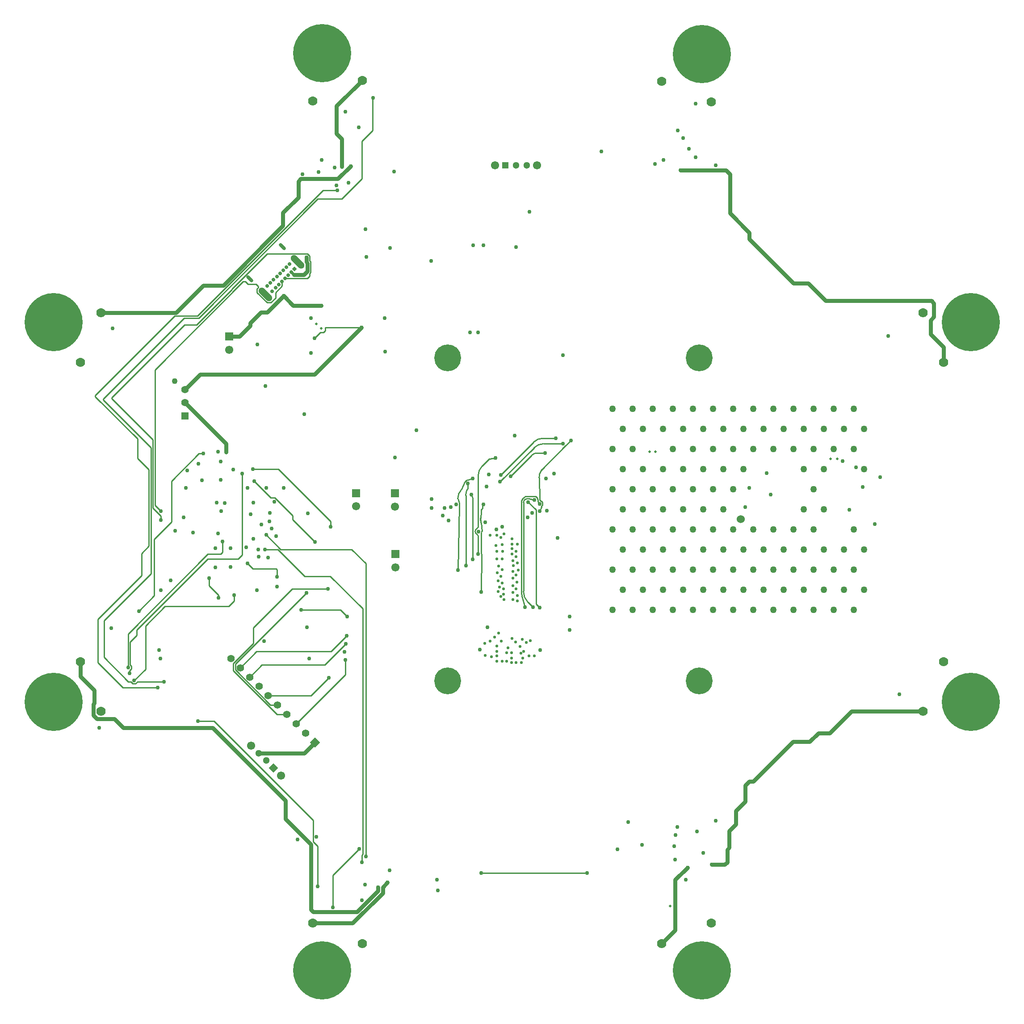
<source format=gbr>
G04*
G04 #@! TF.GenerationSoftware,Altium Limited,Altium Designer,25.8.1 (18)*
G04*
G04 Layer_Physical_Order=2*
G04 Layer_Color=36540*
%FSLAX44Y44*%
%MOMM*%
G71*
G04*
G04 #@! TF.SameCoordinates,1712F0CB-3B61-41A3-BC14-C9FE2E182D8B*
G04*
G04*
G04 #@! TF.FilePolarity,Positive*
G04*
G01*
G75*
%ADD12C,0.5080*%
%ADD15C,0.2540*%
G04:AMPARAMS|DCode=117|XSize=1.3mm|YSize=3.2mm|CornerRadius=0.65mm|HoleSize=0mm|Usage=FLASHONLY|Rotation=225.000|XOffset=0mm|YOffset=0mm|HoleType=Round|Shape=RoundedRectangle|*
%AMROUNDEDRECTD117*
21,1,1.3000,1.9000,0,0,225.0*
21,1,0.0000,3.2000,0,0,225.0*
1,1,1.3000,-0.6718,0.6718*
1,1,1.3000,-0.6718,0.6718*
1,1,1.3000,0.6718,-0.6718*
1,1,1.3000,0.6718,-0.6718*
%
%ADD117ROUNDEDRECTD117*%
%ADD118C,0.7000*%
G04:AMPARAMS|DCode=119|XSize=0.7mm|YSize=1.6mm|CornerRadius=0.35mm|HoleSize=0mm|Usage=FLASHONLY|Rotation=225.000|XOffset=0mm|YOffset=0mm|HoleType=Round|Shape=RoundedRectangle|*
%AMROUNDEDRECTD119*
21,1,0.7000,0.9000,0,0,225.0*
21,1,0.0000,1.6000,0,0,225.0*
1,1,0.7000,-0.3182,0.3182*
1,1,0.7000,-0.3182,0.3182*
1,1,0.7000,0.3182,-0.3182*
1,1,0.7000,0.3182,-0.3182*
%
%ADD119ROUNDEDRECTD119*%
%ADD120P,0.9900X4X270.0*%
%ADD121C,1.5500*%
%ADD122C,1.3000*%
%ADD123R,1.4000X1.4000*%
%ADD124C,1.4000*%
%ADD125P,1.8385X4X180.0*%
%ADD127P,1.9799X4X360.0*%
%ADD128R,1.3000X1.3000*%
%ADD129R,1.5500X1.5500*%
%ADD130C,1.1000*%
%ADD136C,0.7620*%
%ADD141C,5.0800*%
%ADD142C,0.7620*%
%ADD143C,11.0000*%
%ADD144C,1.7780*%
%ADD145C,1.2700*%
%ADD146C,0.5080*%
%ADD147C,1.5240*%
%ADD148C,0.5334*%
D12*
X762978Y2125958D02*
X768035Y2120900D01*
X762864Y2125958D02*
X762978D01*
D15*
X1229142Y1783080D02*
G03*
X1218045Y1778481I0J-15688D01*
G01*
X1237187Y1681642D02*
G03*
X1234984Y1692645I-4017J4918D01*
G01*
X1237104Y1681560D02*
G03*
X1236592Y1680823I1796J-1796D01*
G01*
X1233828Y1694768D02*
G03*
X1234570Y1693060I2539J88D01*
G01*
X1232391Y1736185D02*
G03*
X1232392Y1736165I2539J68D01*
G01*
X1211002Y1696682D02*
G03*
X1211442Y1696676I258J2527D01*
G01*
X1085504Y1714152D02*
G03*
X1078230Y1696359I18126J-17794D01*
G01*
X1096427Y1714603D02*
G03*
X1093470Y1702709I22443J-11894D01*
G01*
X1202709Y1690109D02*
G03*
X1202690Y1689940I7473J-910D01*
G01*
X1203275Y1698190D02*
G03*
X1201133Y1696031I6907J-8992D01*
G01*
X1198962Y1518733D02*
G03*
X1200038Y1512341I33464J2344D01*
G01*
X1202690Y1521077D02*
G03*
X1211399Y1500050I29736J-0D01*
G01*
X1211002Y1696682D02*
G03*
X1202709Y1690109I-820J-7483D01*
G01*
X1123345Y1676071D02*
G03*
X1123347Y1676076I-2386J872D01*
G01*
D02*
G03*
X1123373Y1676149I-2384J876D01*
G01*
X1122216Y1650809D02*
G03*
X1122080Y1651392I-2524J-284D01*
G01*
X1121747Y1654432D02*
G03*
X1121758Y1655052I-2515J356D01*
G01*
X1121747Y1654432D02*
G03*
X1122080Y1651392I6293J-849D01*
G01*
X1121479Y1657408D02*
G03*
X1121644Y1655948I6350J-21D01*
G01*
X1121479Y1657495D02*
G03*
X1121466Y1657757I-2540J8D01*
G01*
X1123251Y1675778D02*
G03*
X1123248Y1675765I11970J-3029D01*
G01*
X1123331Y1676033D02*
G03*
X1123251Y1675778I2379J-889D01*
G01*
X1123248Y1675765D02*
G03*
X1123246Y1675758I11973J-3016D01*
G01*
X1121693Y1655652D02*
G03*
X1121644Y1655948I-2525J-273D01*
G01*
X1123246Y1675758D02*
G03*
X1122874Y1672749I11975J-3009D01*
G01*
X1122859Y1672478D02*
G03*
X1122874Y1672749I-2526J271D01*
G01*
X1121446Y1659297D02*
G03*
X1121447Y1657938I6314J-677D01*
G01*
X1123177Y1631376D02*
G03*
X1123913Y1635094I-5577J3037D01*
G01*
X1123177Y1631376D02*
G03*
X1122874Y1630184I2237J-1203D01*
G01*
Y1594552D02*
G03*
X1123008Y1593747I2540J11D01*
G01*
X1123356Y1591621D02*
G03*
X1123008Y1593747I-6350J52D01*
G01*
X1122874Y1519733D02*
G03*
X1122874Y1519731I2540J-17D01*
G01*
X1124446Y1758176D02*
G03*
X1117007Y1740215I17960J-17960D01*
G01*
X1115372Y1640359D02*
G03*
X1117007Y1642721I-905J2373D01*
G01*
X1115372Y1640359D02*
G03*
X1115367Y1628468I2228J-5946D01*
G01*
X1117007Y1626105D02*
G03*
X1115367Y1628468I-2540J-11D01*
G01*
X1237338Y1751230D02*
G03*
X1237078Y1750922I1804J-1789D01*
G01*
D02*
G03*
X1232390Y1736219I20712J-14703D01*
G01*
X1239881Y1811020D02*
G03*
X1221920Y1803580I0J-25400D01*
G01*
X1240968Y1800677D02*
G03*
X1223008Y1793238I0J-25400D01*
G01*
X1229142Y1783080D02*
X1243330D01*
X1178560Y1738996D02*
X1218045Y1778481D01*
X407670Y1395730D02*
Y1465580D01*
X406182Y1883628D02*
Y1885732D01*
X559383Y2038933D01*
X896620Y2302510D02*
Y2373630D01*
X916940Y2393950D01*
Y2457450D02*
X918063Y2456327D01*
X812800Y2264410D02*
X858520D01*
X559383Y2038933D02*
X587323D01*
X812800Y2264410D01*
X916940Y2393950D02*
Y2457450D01*
X858520Y2264410D02*
X896620Y2302510D01*
X407670Y1395730D02*
X453589Y1349811D01*
X462469Y1345921D02*
X467729D01*
X471449Y1349811D02*
X521771D01*
X458749Y1349641D02*
Y1349811D01*
Y1349641D02*
X462469Y1345921D01*
X467729D02*
X471449Y1349641D01*
Y1349811D01*
X453589D02*
X458749D01*
X407670Y1465580D02*
X496570Y1554480D01*
X406182Y1883628D02*
X496570Y1793240D01*
Y1554480D02*
Y1793240D01*
X396240Y1385570D02*
X443230Y1338580D01*
X509821D01*
X396240Y1385570D02*
Y1468120D01*
X390942Y1889978D02*
Y1892082D01*
X541603Y2042743D01*
X584873D01*
X478790Y1550670D02*
Y1592580D01*
X396240Y1468120D02*
X478790Y1550670D01*
X471170Y1772920D02*
Y1809750D01*
X390942Y1889978D02*
X471170Y1809750D01*
Y1772920D02*
X492760Y1751330D01*
X478790Y1592580D02*
X492760Y1606550D01*
X584873Y2042743D02*
X822960Y2280830D01*
X849540D02*
X849630Y2280920D01*
X822960Y2280830D02*
X849540D01*
X492760Y1606550D02*
Y1751330D01*
X814070Y2315210D02*
X815340Y2313940D01*
X836930Y1643380D02*
Y1653540D01*
X765369Y1656521D02*
X807720Y1614170D01*
X1231174Y1689368D02*
X1233170Y1686560D01*
X1229360Y1697180D02*
X1230017Y1692224D01*
X1233170Y1673370D02*
X1236592Y1680823D01*
X1237104Y1681560D02*
X1237187Y1681642D01*
X1230017Y1692224D02*
X1231174Y1689368D01*
X1234570Y1693060D02*
X1234984Y1692645D01*
X1220380Y1700900D02*
X1225640D01*
X1229360Y1697180D01*
X1232392Y1736165D02*
X1233828Y1694768D01*
X1211442Y1696676D02*
X1213546D01*
X1232390Y1736219D02*
X1232391Y1736185D01*
X1210462Y1700692D02*
X1211317D01*
X1213546Y1696676D02*
X1223010Y1694550D01*
X1211317Y1700692D02*
X1220380Y1700900D01*
X1225332Y1677226D02*
X1226820Y1675738D01*
X1211624Y1690052D02*
X1225332Y1677226D01*
X1226820Y1496524D02*
Y1675738D01*
X1123530Y1676621D02*
X1125551Y1678642D01*
Y1684341D02*
X1126523Y1685313D01*
X1125551Y1678642D02*
Y1684341D01*
X1097189Y1716553D02*
X1097503Y1725457D01*
X1096427Y1714603D02*
X1097189Y1716553D01*
X1091153Y1728087D02*
X1094873Y1731807D01*
X1106170Y1734820D01*
X1085504Y1714152D02*
X1091153Y1728087D01*
X1148447Y1773150D02*
X1149418Y1774121D01*
X1124446Y1758176D02*
X1130480Y1764211D01*
X1137920Y1771650D01*
X1140528D02*
X1142028Y1773150D01*
X1137920Y1771650D02*
X1140528D01*
X1142028Y1773150D02*
X1148447D01*
X669290Y1590040D02*
Y1743710D01*
X661670Y1582420D02*
X669290Y1590040D01*
X896620Y1007110D02*
Y1021256D01*
X897890Y1022526D01*
Y1488440D01*
X836781Y1549549D02*
X897890Y1488440D01*
X788213Y1549549D02*
X836781D01*
X737562Y1600200D02*
X788213Y1549549D01*
X712470Y1600200D02*
X737562D01*
X903785Y1018540D02*
Y1573767D01*
X877085Y1600467D02*
X903785Y1573767D01*
X715010Y1628140D02*
X742683Y1600467D01*
X877085D01*
X587920Y1781810D02*
X595630D01*
X535940Y1729830D02*
X587920Y1781810D01*
X535940Y1652270D02*
Y1729830D01*
X502920Y1619250D02*
X535940Y1652270D01*
X502920Y1512570D02*
Y1619250D01*
X473710Y1483360D02*
X502920Y1512570D01*
X632460Y1595120D02*
Y1615440D01*
X628650Y1591310D02*
X632460Y1595120D01*
X604520Y1591310D02*
X628650D01*
X453390Y1440180D02*
X604520Y1591310D01*
X453390Y1376680D02*
Y1440180D01*
X604520Y1582420D02*
X661670D01*
X469900Y1447800D02*
X604520Y1582420D01*
X457200Y1381850D02*
X459740Y1379310D01*
X457200Y1424940D02*
X469900Y1437640D01*
X457200Y1381850D02*
Y1424940D01*
X459740Y1374050D02*
Y1379310D01*
X455930Y1370330D02*
X456020D01*
X455930Y1365250D02*
Y1370330D01*
X456020D02*
X459740Y1374050D01*
X469900Y1437640D02*
Y1447800D01*
X486400Y1373573D02*
Y1455410D01*
X523240Y1492250D01*
X643890D01*
X465099Y1352271D02*
X486400Y1373573D01*
X643890Y1492250D02*
X654050Y1502410D01*
Y1513840D01*
X765369Y1656521D02*
Y1664231D01*
X737870Y1752600D02*
X836930Y1653540D01*
X689610Y1752600D02*
X737870D01*
X823460Y2011270D02*
X827180Y2014990D01*
Y2020250D01*
X826860Y2020570D02*
X827180Y2020250D01*
X806450Y2000250D02*
X817835Y2011635D01*
X826860Y2020570D02*
X895350D01*
X817835Y2011635D02*
X818200Y2011270D01*
Y2011270D02*
X823460D01*
X692150Y1729740D02*
X723534Y1698356D01*
X1093470Y1569904D02*
Y1702709D01*
X1206525Y1700692D02*
X1210462D01*
X1203275Y1698190D02*
X1206525Y1700692D01*
X1198880Y1519903D02*
X1198962Y1518733D01*
X1198880Y1519903D02*
Y1691995D01*
X1198880Y1693047D01*
X1201133Y1696031D01*
X1202690Y1689940D02*
X1202690Y1521077D01*
X1200038Y1512341D02*
X1205859Y1490758D01*
X1226820Y1496524D02*
X1227564Y1495780D01*
X1233126Y1490218D01*
X515530Y1656170D02*
X515620Y1656080D01*
X515530Y1656170D02*
Y1663700D01*
X500380Y1678850D02*
X515530Y1663700D01*
X607060Y1531620D02*
X624532Y1514148D01*
Y1509068D02*
Y1514148D01*
Y1509068D02*
X624840Y1508760D01*
X504190Y1684020D02*
X515620Y1672590D01*
X841912Y982882D02*
X891540Y1032510D01*
X1122680Y986790D02*
X1323340D01*
X1103984Y1704354D02*
X1106170Y1697156D01*
X1081268Y1682742D02*
Y1688003D01*
X1106170Y1581150D02*
Y1697156D01*
X1078230Y1560830D02*
X1081268Y1682742D01*
X1078230Y1696359D02*
X1081268Y1688003D01*
X1123373Y1676149D02*
X1123530Y1676621D01*
X1122216Y1650809D02*
X1122218Y1650797D01*
X1121747Y1654432D02*
X1121747Y1654432D01*
X1121757Y1655061D02*
X1121758Y1655052D01*
X1122218Y1650797D02*
X1123913Y1635094D01*
X1121693Y1655652D02*
X1121757Y1655061D01*
X1123331Y1676033D02*
X1123345Y1676071D01*
X1121479Y1657408D02*
X1121479Y1657495D01*
X1121464Y1657773D02*
X1121466Y1657757D01*
X1121447Y1657938D02*
X1121464Y1657773D01*
X1121446Y1659297D02*
X1122859Y1672478D01*
X1122874Y1594552D02*
Y1630184D01*
Y1519733D02*
X1123356Y1591621D01*
X1122874Y1519723D02*
Y1519731D01*
X1117007Y1642721D02*
Y1740215D01*
Y1591673D02*
Y1626105D01*
X1211400Y1500051D02*
X1220470Y1490980D01*
X1281946Y1796206D02*
X1292860Y1807120D01*
X1237338Y1751230D02*
X1281946Y1796206D01*
X1240968Y1800677D02*
X1277438D01*
X1239881Y1811020D02*
X1263650D01*
X1159510Y1741170D02*
X1221920Y1803580D01*
X1158240Y1728470D02*
X1223008Y1793238D01*
X841912Y922118D02*
Y982882D01*
X855980Y1485900D02*
X868680Y1473200D01*
X781050Y1485900D02*
X855980D01*
X799793Y1323033D02*
X833959Y1357199D01*
X719127Y1323033D02*
X799793D01*
X864870Y1362710D02*
Y1390650D01*
X772160Y1270000D02*
X864870Y1362710D01*
X723313Y1305355D02*
X736805D01*
X656554Y1372115D02*
X723313Y1305355D01*
X652744Y1370536D02*
X735603Y1287678D01*
X754482D01*
X652744Y1370536D02*
Y1384580D01*
X683772Y1358388D02*
X706945Y1381562D01*
X666094Y1376066D02*
X696856Y1406828D01*
X764232Y1525270D02*
X831850D01*
X690880Y1451918D02*
X764232Y1525270D01*
X652744Y1384580D02*
X690880Y1422716D01*
Y1451918D01*
X656554Y1372115D02*
Y1383002D01*
X791202Y1517650D02*
X791210D01*
X656554Y1383002D02*
X791202Y1517650D01*
X837868Y1406828D02*
X867410Y1436370D01*
X696856Y1406828D02*
X837868D01*
X826572Y1381562D02*
X866140Y1421130D01*
X706945Y1381562D02*
X826572D01*
X723534Y1698356D02*
X731244D01*
X765369Y1664231D01*
X615950Y1275080D02*
X803910Y1087120D01*
X585470Y1275080D02*
X615950D01*
X803910Y1046570D02*
Y1087120D01*
X751380Y2160772D02*
X793338D01*
X717011Y2160772D02*
X751380D01*
X649971Y2093731D02*
X717011Y2160772D01*
X751380D02*
X751380Y2160772D01*
X697998Y2094382D02*
X700257Y2096641D01*
X649971Y2092691D02*
Y2093731D01*
X680410Y2103336D02*
X695667D01*
X697998Y2086893D02*
Y2094382D01*
X582930Y2025650D02*
X649971Y2092691D01*
X700257Y2096641D02*
Y2098745D01*
X695667Y2103336D02*
X700257Y2098745D01*
X675819Y2107926D02*
X680410Y2103336D01*
X671556Y2107926D02*
X675819D01*
X697998Y2086893D02*
X716729Y2068163D01*
X724218D01*
X504190Y1940560D02*
X671556Y2107926D01*
X724218Y2068163D02*
X732842Y2076787D01*
X797560Y2147661D02*
X799497Y2145724D01*
Y2125287D02*
Y2145724D01*
X750873Y2113907D02*
X793197D01*
X797560Y2118270D02*
Y2123350D01*
Y2147661D02*
Y2156550D01*
X793197Y2113907D02*
X797560Y2118270D01*
Y2123350D02*
X799497Y2125287D01*
X793338Y2160772D02*
X797560Y2156550D01*
X689700Y1563370D02*
X733842D01*
X735330Y1548130D02*
Y1561882D01*
X733842Y1563370D02*
X735330Y1561882D01*
X679495Y1573575D02*
X689700Y1563370D01*
X732842Y2076787D02*
Y2087393D01*
X750844Y2113937D02*
X750873Y2113907D01*
X732842Y2087393D02*
X744863Y2099414D01*
X500380Y1678850D02*
Y1808480D01*
X560070Y2025650D02*
X582930D01*
X422692Y1886168D02*
Y1888272D01*
X560070Y2025650D01*
X422692Y1886168D02*
X500380Y1808480D01*
X607060Y1531620D02*
Y1545590D01*
X744863Y2099414D02*
Y2107897D01*
X504190Y1684020D02*
Y1940560D01*
X744833Y2107926D02*
X744863Y2107897D01*
X812800Y961390D02*
Y1037680D01*
X803910Y1046570D02*
X812800Y1037680D01*
D117*
X774850Y2145014D02*
D03*
X713756Y2083920D02*
D03*
D118*
X756854Y2119947D02*
D03*
X750844Y2113937D02*
D03*
X744833Y2107926D02*
D03*
X738823Y2101916D02*
D03*
X717256Y2099441D02*
D03*
X723266Y2105452D02*
D03*
X729277Y2111462D02*
D03*
X735287Y2117472D02*
D03*
X741298Y2123483D02*
D03*
X747308Y2129493D02*
D03*
X753318Y2135504D02*
D03*
X759329Y2141514D02*
D03*
X732812Y2095906D02*
D03*
X762864Y2125958D02*
D03*
X726802Y2089895D02*
D03*
D119*
X745505Y2174359D02*
D03*
X684411Y2113265D02*
D03*
D120*
X768875Y2131968D02*
D03*
D121*
X1228720Y2327910D02*
D03*
X1148720D02*
D03*
X645160Y1978660D02*
D03*
X743294Y1171866D02*
D03*
X686726Y1228434D02*
D03*
X885190Y1681880D02*
D03*
X959020Y1681680D02*
D03*
X960120Y1566310D02*
D03*
D122*
X1208720Y2327910D02*
D03*
X1188720D02*
D03*
X700868Y1214292D02*
D03*
X715010Y1200150D02*
D03*
D123*
X561510Y1853330D02*
D03*
D124*
X648416Y1393744D02*
D03*
X789838Y1252322D02*
D03*
X772160Y1270000D02*
D03*
X754482Y1287678D02*
D03*
X736805Y1305355D02*
D03*
X719127Y1323033D02*
D03*
X701449Y1340711D02*
D03*
X683772Y1358388D02*
D03*
X666094Y1376066D02*
D03*
X561510Y1903330D02*
D03*
Y1878330D02*
D03*
D125*
X729152Y1186008D02*
D03*
D127*
X807515Y1234645D02*
D03*
D128*
X1168720Y2327910D02*
D03*
D129*
X645160Y2003660D02*
D03*
X885190Y1706880D02*
D03*
X959020Y1706680D02*
D03*
X960120Y1591310D02*
D03*
D130*
X541510Y1919330D02*
D03*
D136*
X1824407Y1293547D02*
X1960377D01*
X1783080Y1252220D02*
X1824407Y1293547D01*
X1761490Y1252220D02*
X1783080D01*
X1744980Y1235710D02*
X1761490Y1252220D01*
X1713230Y1235710D02*
X1744980D01*
X1638300Y1160780D02*
X1713230Y1235710D01*
X1630680Y1160780D02*
X1638300D01*
X1623060Y1153160D02*
X1630680Y1160780D01*
X1623060Y1122680D02*
Y1153160D01*
X1605280Y1104900D02*
X1623060Y1122680D01*
X1605280Y1079500D02*
Y1104900D01*
X1592580Y1066800D02*
X1605280Y1079500D01*
X1592580Y1035050D02*
Y1066800D01*
X1588770Y1031240D02*
X1592580Y1035050D01*
X1588770Y1007764D02*
Y1031240D01*
X1584306Y1003300D02*
X1588770Y1007764D01*
X1559560Y1003300D02*
X1584306D01*
X848360Y2440644D02*
X897194Y2489478D01*
X848360Y2388578D02*
Y2440644D01*
Y2388578D02*
X858520Y2378418D01*
Y2325370D02*
Y2378418D01*
X717401Y2050059D02*
X748030Y2080688D01*
X1499870Y2319020D02*
X1586230D01*
X850900Y2302510D02*
X875030Y2326640D01*
X1465006Y853162D02*
X1490395Y878551D01*
Y974091D02*
X1513840Y997536D01*
X1490395Y878551D02*
Y974091D01*
X887072Y913130D02*
X927100Y953158D01*
Y960120D01*
X787163Y1214292D02*
X807515Y1234645D01*
X700868Y1214292D02*
X787163D01*
X613410Y1262380D02*
X751840Y1123950D01*
X427355Y1279525D02*
X444500Y1262380D01*
X613410D01*
X751840Y1089660D02*
Y1123950D01*
X589850Y1931670D02*
X806450D01*
X895350Y2020570D01*
X387853Y1286007D02*
Y1306896D01*
X389646Y1308690D02*
Y1333325D01*
X387853Y1306896D02*
X389646Y1308690D01*
X561510Y1878330D02*
X638810Y1801030D01*
Y1784350D02*
Y1801030D01*
X561510Y1903330D02*
X589850Y1931670D01*
X684896Y2029503D02*
X705453Y2050059D01*
X684896Y2024216D02*
Y2029503D01*
X664340Y2003660D02*
X684896Y2024216D01*
X645160Y2003660D02*
X664340D01*
X705453Y2050059D02*
X717401D01*
X766238Y2062480D02*
X819150D01*
X748030Y2080688D02*
X766238Y2062480D01*
X791210Y2145031D02*
Y2153920D01*
Y2145031D02*
X793147Y2143093D01*
Y2127917D02*
Y2143093D01*
X786130Y2120900D02*
X793147Y2127917D01*
X768035Y2120900D02*
X786130D01*
X746760Y2213610D02*
Y2238465D01*
X595630Y2100580D02*
X633730D01*
X746760Y2213610D01*
X544143Y2049093D02*
X595630Y2100580D01*
X401823Y2049093D02*
X544143D01*
X775970Y2267675D02*
Y2298046D01*
X746760Y2238465D02*
X775970Y2267675D01*
Y2298046D02*
X780434Y2302510D01*
X751840Y1089660D02*
X800100Y1041400D01*
Y917594D02*
X804564Y913130D01*
X800100Y917594D02*
Y1041400D01*
X804564Y913130D02*
X887072D01*
X878558Y892043D02*
X935990Y949475D01*
X803327Y892043D02*
X878558D01*
X394335Y1279525D02*
X427355D01*
X387853Y1286007D02*
X394335Y1279525D01*
X362942Y1360029D02*
X389646Y1333325D01*
X362942Y1360029D02*
Y1387414D01*
X935990Y949475D02*
Y960120D01*
X944880Y969010D01*
X1999258Y1955226D02*
Y1983393D01*
X1974117Y2008533D02*
X1999258Y1983393D01*
X1974117Y2008533D02*
Y2034487D01*
X1980584Y2040953D01*
Y2066906D01*
X1976120Y2071370D02*
X1980584Y2066906D01*
X1775460Y2071370D02*
X1976120D01*
X1742440Y2104390D02*
X1775460Y2071370D01*
X1714500Y2104390D02*
X1742440D01*
X1630680Y2188210D02*
X1714500Y2104390D01*
X1630680Y2188210D02*
Y2200665D01*
X1593850Y2237495D02*
X1630680Y2200665D01*
X1593850Y2237495D02*
Y2311400D01*
X1586230Y2319020D02*
X1593850Y2311400D01*
X780434Y2302510D02*
X850900D01*
D141*
X1535430Y1963420D02*
D03*
X1059180D02*
D03*
Y1351280D02*
D03*
X1535430D02*
D03*
D142*
X721950Y1669460D02*
D03*
X1893549Y2004714D02*
D03*
X1819910Y1675130D02*
D03*
X1807513Y1768143D02*
D03*
X1832610Y1755907D02*
D03*
X1529080Y2444750D02*
D03*
X1516380Y2359660D02*
D03*
X1845310Y1718310D02*
D03*
X1671320Y1704340D02*
D03*
X1664015Y1744665D02*
D03*
X1630680Y1717040D02*
D03*
X1350190Y2354580D02*
D03*
X1451610Y2330450D02*
D03*
X1277620Y1968500D02*
D03*
X1188720Y2172970D02*
D03*
X1260727Y1744260D02*
D03*
X1186180Y1816100D02*
D03*
X1623060Y1680210D02*
D03*
X1915160Y1325920D02*
D03*
X1543050Y1024890D02*
D03*
X1488440Y1037590D02*
D03*
X1400810Y1083310D02*
D03*
X1380708Y1032292D02*
D03*
X1510030Y974090D02*
D03*
X1247140Y1673860D02*
D03*
X1267460Y1621790D02*
D03*
X1290320Y1473200D02*
D03*
X1234440Y1409700D02*
D03*
X957580Y2316142D02*
D03*
X1027610Y2147390D02*
D03*
X949960Y2171700D02*
D03*
X865277Y2429917D02*
D03*
X905256Y2154936D02*
D03*
X1137420Y1742088D02*
D03*
X1116766Y2011680D02*
D03*
X1101090D02*
D03*
X999490Y1826260D02*
D03*
X1028700Y1695450D02*
D03*
X940240Y1975290D02*
D03*
X820420Y2338070D02*
D03*
X800100Y1972310D02*
D03*
X787400Y1856740D02*
D03*
X424180Y2019300D02*
D03*
X713740Y1910080D02*
D03*
X628650Y1766570D02*
D03*
X586740Y1762760D02*
D03*
X730250Y1690370D02*
D03*
X715010Y1717040D02*
D03*
X793750Y1668780D02*
D03*
X562610Y1717040D02*
D03*
X621030Y1689100D02*
D03*
X636270Y1688120D02*
D03*
X629920Y1672590D02*
D03*
X1117600Y1634413D02*
D03*
X1134319Y1452878D02*
D03*
X792480Y1452880D02*
D03*
X1120140Y1410480D02*
D03*
X948690Y991870D02*
D03*
X896990Y935620D02*
D03*
X863600Y1405890D02*
D03*
X796290Y1393190D02*
D03*
X734060Y1625600D02*
D03*
X542293Y1635760D02*
D03*
X576580Y1631950D02*
D03*
X690880Y1620520D02*
D03*
X647700Y1567180D02*
D03*
X618490Y1566101D02*
D03*
X774700Y1050290D02*
D03*
X711245Y1426165D02*
D03*
X697837Y1522730D02*
D03*
X515620D02*
D03*
X511804Y1409700D02*
D03*
X421788Y1451400D02*
D03*
X398428Y1262380D02*
D03*
X918063Y2456327D02*
D03*
X521771Y1349811D02*
D03*
X509821Y1338580D02*
D03*
X849630Y2280920D02*
D03*
X690880Y1689100D02*
D03*
X1427480Y1040130D02*
D03*
X1531620Y1065530D02*
D03*
X890270Y2400300D02*
D03*
X810260Y1055370D02*
D03*
X1038860Y974090D02*
D03*
X618490Y1602740D02*
D03*
X558800Y1661160D02*
D03*
X647700Y1602930D02*
D03*
X676910Y1604010D02*
D03*
X679450Y1717040D02*
D03*
X593090Y1731004D02*
D03*
X565150Y1750060D02*
D03*
X685800Y1666939D02*
D03*
X514350Y1393190D02*
D03*
X1107440Y2176780D02*
D03*
X1868170Y1648460D02*
D03*
X628650Y1732280D02*
D03*
X1126490Y2176780D02*
D03*
X959597Y1774190D02*
D03*
X1290320Y1447800D02*
D03*
X1245668Y1734596D02*
D03*
X1878330Y1737360D02*
D03*
X1132419Y1719353D02*
D03*
X1130427Y1652188D02*
D03*
X533865Y1541315D02*
D03*
X814070Y2315210D02*
D03*
X1028700Y1678940D02*
D03*
X1210984Y1661160D02*
D03*
X1567180Y2328360D02*
D03*
X836930Y1643380D02*
D03*
X807720Y1614170D02*
D03*
X1162050Y1643380D02*
D03*
X1151193Y1638042D02*
D03*
X1233170Y1686560D02*
D03*
X1223010Y1694550D02*
D03*
X1219238Y1669806D02*
D03*
X1211624Y1690052D02*
D03*
X1052830Y1678940D02*
D03*
X1126523Y1685313D02*
D03*
X1097503Y1725457D02*
D03*
X1106170Y1734820D02*
D03*
X1149418Y1774121D02*
D03*
X652780Y1751330D02*
D03*
X669290Y1743710D02*
D03*
X871220Y2294890D02*
D03*
X848450Y2289900D02*
D03*
X1504950Y2379980D02*
D03*
X1494835Y2393905D02*
D03*
X903785Y1018540D02*
D03*
X896620Y1007110D02*
D03*
X473710Y1483360D02*
D03*
X453390Y1376680D02*
D03*
X632460Y1615440D02*
D03*
X455930Y1365250D02*
D03*
X654050Y1513840D02*
D03*
X465099Y1352271D02*
D03*
X939800Y2038805D02*
D03*
X902970Y2207260D02*
D03*
X800100Y2038350D02*
D03*
X806450Y2000250D02*
D03*
X748030Y2080688D02*
D03*
X698500Y1988820D02*
D03*
X692150Y1729740D02*
D03*
X689610Y1752600D02*
D03*
X725170Y1639570D02*
D03*
X712470Y1600200D02*
D03*
X718820Y1584960D02*
D03*
X1233170Y1673370D02*
D03*
X1074918Y1685372D02*
D03*
X1040130Y953770D02*
D03*
X1567180Y1085850D02*
D03*
X1529080Y2343150D02*
D03*
X783590Y2311400D02*
D03*
X1499870Y2319020D02*
D03*
X1214120Y2240280D02*
D03*
X858520Y2325370D02*
D03*
X515620Y1656080D02*
D03*
X624840Y1508760D02*
D03*
X515620Y1672590D02*
D03*
X891540Y1032510D02*
D03*
X1122680Y986790D02*
D03*
X844550Y2324100D02*
D03*
X1468120Y2338070D02*
D03*
X1323340Y986790D02*
D03*
X927100Y960120D02*
D03*
X902598Y964828D02*
D03*
X1494590Y1074243D02*
D03*
X1490948Y1059180D02*
D03*
X1103984Y1704354D02*
D03*
X1064988Y1680370D02*
D03*
X1060414Y1654809D02*
D03*
X1049739Y1664204D02*
D03*
X1122874Y1519723D02*
D03*
X1078230Y1560830D02*
D03*
X1093470Y1569904D02*
D03*
X1106170Y1581150D02*
D03*
X1117007Y1591673D02*
D03*
X1178560Y1738996D02*
D03*
X1243330Y1783080D02*
D03*
X1220470Y1490980D02*
D03*
X1205859Y1490758D02*
D03*
X1292860Y1807120D02*
D03*
X1277438Y1800677D02*
D03*
X1263650Y1811020D02*
D03*
X1158240Y1728470D02*
D03*
X1159510Y1741170D02*
D03*
X1233126Y1490218D02*
D03*
X841912Y922118D02*
D03*
X868680Y1473200D02*
D03*
X781050Y1485900D02*
D03*
X833959Y1357199D02*
D03*
X831850Y1525270D02*
D03*
X791210Y1517650D02*
D03*
X864870Y1390650D02*
D03*
X866140Y1421130D02*
D03*
X867410Y1436370D02*
D03*
X585470Y1275080D02*
D03*
X748030Y1717040D02*
D03*
X735330Y1548130D02*
D03*
X735926Y1529676D02*
D03*
X679495Y1573575D02*
D03*
X638810Y1784350D02*
D03*
X623570Y1785620D02*
D03*
X895350Y2020570D02*
D03*
X819150Y2062480D02*
D03*
X791210Y2153920D02*
D03*
X607060Y1545590D02*
D03*
X721360Y1653540D02*
D03*
X706120Y1647825D02*
D03*
X595630Y1781810D02*
D03*
X715010Y1628140D02*
D03*
X701040Y1586230D02*
D03*
X699770Y1600200D02*
D03*
X623570Y1630680D02*
D03*
X812800Y961390D02*
D03*
X944880Y969010D02*
D03*
X875030Y2326640D02*
D03*
X1559560Y1003300D02*
D03*
X1513840Y997536D02*
D03*
X1490149Y1012386D02*
D03*
D143*
X821100Y2540437D02*
D03*
X311983Y2031320D02*
D03*
X2050217D02*
D03*
Y1311320D02*
D03*
X1540510Y2538730D02*
D03*
X311983Y1311320D02*
D03*
X821100Y802203D02*
D03*
X1541100D02*
D03*
D144*
X897194Y2489478D02*
D03*
X803327Y2450597D02*
D03*
X362942Y1955226D02*
D03*
X401823Y2049093D02*
D03*
X1999258Y1955226D02*
D03*
X1960377Y2049093D02*
D03*
X1999258Y1387414D02*
D03*
X1960377Y1293547D02*
D03*
X1464417Y2487771D02*
D03*
X1558283Y2448890D02*
D03*
X401823Y1293547D02*
D03*
X362942Y1387414D02*
D03*
X803327Y892043D02*
D03*
X897194Y853162D02*
D03*
X1558873Y892043D02*
D03*
X1465006Y853162D02*
D03*
D145*
X1733550Y1752600D02*
D03*
Y1676400D02*
D03*
X1828800Y1866900D02*
D03*
X1847850Y1828800D02*
D03*
X1809750D02*
D03*
X1790700Y1790700D02*
D03*
X1752600Y1866900D02*
D03*
X1790700D02*
D03*
X1714500D02*
D03*
X1695450Y1828800D02*
D03*
X1771650D02*
D03*
X1752600Y1790700D02*
D03*
X1733550Y1828800D02*
D03*
X1714500Y1790700D02*
D03*
X1828800D02*
D03*
X1847850Y1752600D02*
D03*
X1771650D02*
D03*
X1600200Y1866900D02*
D03*
X1638300D02*
D03*
X1524000D02*
D03*
X1562100D02*
D03*
X1485900D02*
D03*
X1676400D02*
D03*
X1657350Y1828800D02*
D03*
X1619250D02*
D03*
X1600200Y1790700D02*
D03*
X1638300D02*
D03*
X1676400D02*
D03*
X1581150Y1752600D02*
D03*
X1619250D02*
D03*
X1543050Y1828800D02*
D03*
X1581150D02*
D03*
X1504950D02*
D03*
X1524000Y1790700D02*
D03*
X1562100D02*
D03*
X1543050Y1752600D02*
D03*
X1504950D02*
D03*
X1752600Y1714500D02*
D03*
X1562100D02*
D03*
X1485900D02*
D03*
X1524000D02*
D03*
X1600200D02*
D03*
X1447800Y1866900D02*
D03*
X1409700D02*
D03*
X1466850Y1828800D02*
D03*
X1485900Y1790700D02*
D03*
X1428750Y1828800D02*
D03*
X1409700Y1790700D02*
D03*
X1390650Y1752600D02*
D03*
X1428750D02*
D03*
X1390650Y1828800D02*
D03*
X1371600Y1790700D02*
D03*
Y1866900D02*
D03*
X1466850Y1752600D02*
D03*
X1409700Y1714500D02*
D03*
X1447800D02*
D03*
X1371600D02*
D03*
X1771650Y1676400D02*
D03*
X1714500Y1638300D02*
D03*
X1676400D02*
D03*
X1828800D02*
D03*
X1847850Y1600200D02*
D03*
X1771650D02*
D03*
X1809750D02*
D03*
X1828800Y1562100D02*
D03*
X1847850Y1524000D02*
D03*
X1752600Y1562100D02*
D03*
X1790700D02*
D03*
X1752600Y1638300D02*
D03*
X1733550Y1600200D02*
D03*
X1657350D02*
D03*
X1695450D02*
D03*
X1714500Y1562100D02*
D03*
X1695450Y1524000D02*
D03*
X1676400Y1562100D02*
D03*
X1543050Y1676400D02*
D03*
X1581150D02*
D03*
X1600200Y1638300D02*
D03*
X1638300D02*
D03*
X1524000D02*
D03*
X1562100D02*
D03*
X1466850Y1676400D02*
D03*
X1504950D02*
D03*
X1390650D02*
D03*
X1428750D02*
D03*
X1447800Y1638300D02*
D03*
X1485900D02*
D03*
X1409700D02*
D03*
X1390650Y1600200D02*
D03*
X1581150D02*
D03*
X1619250D02*
D03*
X1543050D02*
D03*
X1600200Y1562100D02*
D03*
X1638300D02*
D03*
X1524000D02*
D03*
X1562100D02*
D03*
X1466850Y1600200D02*
D03*
X1504950D02*
D03*
X1428750D02*
D03*
X1409700Y1562100D02*
D03*
X1447800D02*
D03*
X1485900D02*
D03*
X1390650Y1524000D02*
D03*
X1771650D02*
D03*
X1809750D02*
D03*
X1733550D02*
D03*
X1676400Y1485900D02*
D03*
X1790700D02*
D03*
X1828800D02*
D03*
X1714500D02*
D03*
X1752600D02*
D03*
X1619250Y1524000D02*
D03*
X1657350D02*
D03*
X1543050D02*
D03*
X1581150D02*
D03*
X1600200Y1485900D02*
D03*
X1638300D02*
D03*
X1524000D02*
D03*
X1562100D02*
D03*
X1466850Y1524000D02*
D03*
X1504950D02*
D03*
X1428750D02*
D03*
X1447800Y1485900D02*
D03*
X1485900D02*
D03*
X1409700D02*
D03*
X1371600Y1638300D02*
D03*
Y1562100D02*
D03*
Y1485900D02*
D03*
D146*
X1797050Y1771650D02*
D03*
X1784350D02*
D03*
X1441450Y1785620D02*
D03*
X1452880D02*
D03*
X1480820Y924560D02*
D03*
X819150Y2019300D02*
D03*
X810465Y2027985D02*
D03*
D147*
X1614170Y1657350D02*
D03*
D148*
X1191260Y1610360D02*
D03*
X1181100Y1620520D02*
D03*
Y1610360D02*
D03*
X1188720Y1596390D02*
D03*
X1181100Y1591310D02*
D03*
Y1601470D02*
D03*
X1192530Y1560830D02*
D03*
X1200150Y1430020D02*
D03*
X1215390Y1427480D02*
D03*
X1223010Y1398270D02*
D03*
X1207770Y1423670D02*
D03*
X1202690Y1407160D02*
D03*
X1196340Y1416050D02*
D03*
X1197610Y1403350D02*
D03*
X1212850Y1398270D02*
D03*
X1201420Y1394460D02*
D03*
X1198880Y1385570D02*
D03*
X1191260Y1574800D02*
D03*
X1188720Y1551940D02*
D03*
Y1586230D02*
D03*
X1183640Y1569720D02*
D03*
X1191260Y1512570D02*
D03*
Y1502410D02*
D03*
X1189990Y1537970D02*
D03*
X1188720Y1525270D02*
D03*
X1182370Y1545590D02*
D03*
Y1531620D02*
D03*
Y1578610D02*
D03*
Y1558290D02*
D03*
Y1518920D02*
D03*
Y1504950D02*
D03*
X1165860D02*
D03*
X1181100Y1431290D02*
D03*
X1187450Y1424940D02*
D03*
X1173480Y1413510D02*
D03*
X1179830Y1404620D02*
D03*
Y1385570D02*
D03*
X1188720D02*
D03*
X1179830Y1394460D02*
D03*
X1170940Y1388110D02*
D03*
Y1404620D02*
D03*
X1165860Y1629410D02*
D03*
X1163320Y1596390D02*
D03*
X1159510Y1623060D02*
D03*
X1162050Y1609090D02*
D03*
Y1582420D02*
D03*
Y1562100D02*
D03*
X1155700Y1568450D02*
D03*
X1153160Y1555750D02*
D03*
X1151890Y1626870D02*
D03*
X1150620Y1607820D02*
D03*
X1151890Y1596390D02*
D03*
Y1582420D02*
D03*
X1162050Y1536700D02*
D03*
X1164590Y1525270D02*
D03*
X1159510Y1549400D02*
D03*
X1156970Y1529080D02*
D03*
X1164590Y1515110D02*
D03*
X1159510Y1511300D02*
D03*
X1160780Y1426210D02*
D03*
X1154430Y1540510D02*
D03*
Y1520190D02*
D03*
X1155700Y1441450D02*
D03*
X1151890Y1417320D02*
D03*
X1148080Y1433830D02*
D03*
X1139190Y1626870D02*
D03*
Y1426210D02*
D03*
X1129030Y1422400D02*
D03*
X1151890Y1407160D02*
D03*
Y1398270D02*
D03*
X1130300Y1399540D02*
D03*
X1151890Y1388110D02*
D03*
X1162050D02*
D03*
X1141730Y1397000D02*
D03*
M02*

</source>
